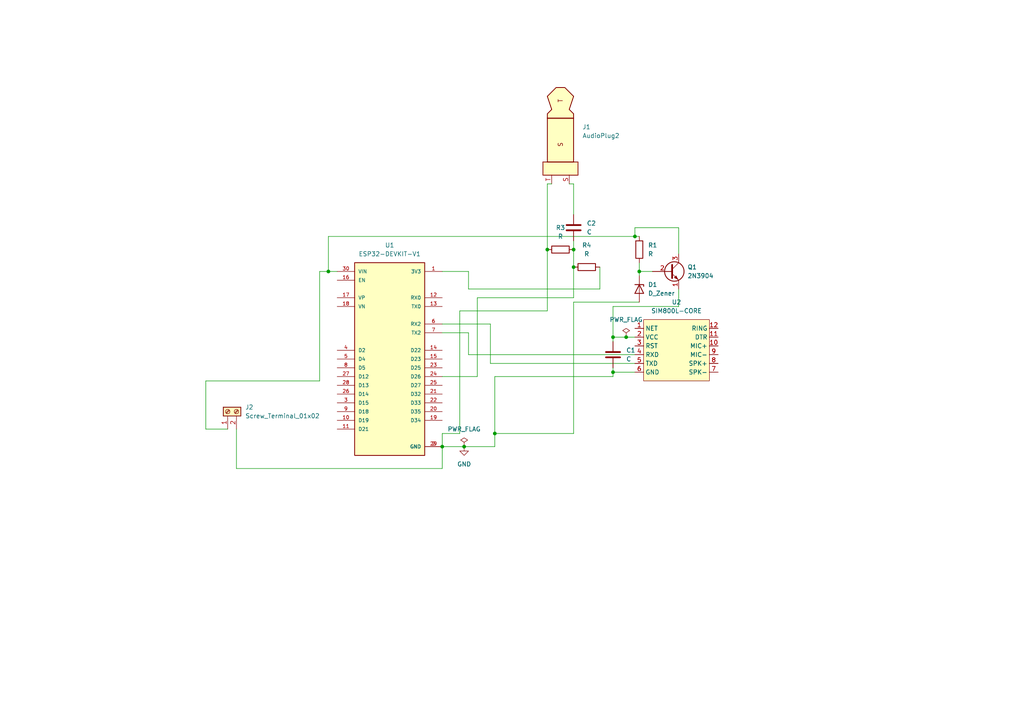
<source format=kicad_sch>
(kicad_sch
	(version 20231120)
	(generator "eeschema")
	(generator_version "8.0")
	(uuid "37f57e26-9d1a-4155-9662-a91ca496987e")
	(paper "A4")
	(lib_symbols
		(symbol "Connector:Screw_Terminal_01x02"
			(pin_names
				(offset 1.016) hide)
			(exclude_from_sim no)
			(in_bom yes)
			(on_board yes)
			(property "Reference" "J"
				(at 0 2.54 0)
				(effects
					(font
						(size 1.27 1.27)
					)
				)
			)
			(property "Value" "Screw_Terminal_01x02"
				(at 0 -5.08 0)
				(effects
					(font
						(size 1.27 1.27)
					)
				)
			)
			(property "Footprint" ""
				(at 0 0 0)
				(effects
					(font
						(size 1.27 1.27)
					)
					(hide yes)
				)
			)
			(property "Datasheet" "~"
				(at 0 0 0)
				(effects
					(font
						(size 1.27 1.27)
					)
					(hide yes)
				)
			)
			(property "Description" "Generic screw terminal, single row, 01x02, script generated (kicad-library-utils/schlib/autogen/connector/)"
				(at 0 0 0)
				(effects
					(font
						(size 1.27 1.27)
					)
					(hide yes)
				)
			)
			(property "ki_keywords" "screw terminal"
				(at 0 0 0)
				(effects
					(font
						(size 1.27 1.27)
					)
					(hide yes)
				)
			)
			(property "ki_fp_filters" "TerminalBlock*:*"
				(at 0 0 0)
				(effects
					(font
						(size 1.27 1.27)
					)
					(hide yes)
				)
			)
			(symbol "Screw_Terminal_01x02_1_1"
				(rectangle
					(start -1.27 1.27)
					(end 1.27 -3.81)
					(stroke
						(width 0.254)
						(type default)
					)
					(fill
						(type background)
					)
				)
				(circle
					(center 0 -2.54)
					(radius 0.635)
					(stroke
						(width 0.1524)
						(type default)
					)
					(fill
						(type none)
					)
				)
				(polyline
					(pts
						(xy -0.5334 -2.2098) (xy 0.3302 -3.048)
					)
					(stroke
						(width 0.1524)
						(type default)
					)
					(fill
						(type none)
					)
				)
				(polyline
					(pts
						(xy -0.5334 0.3302) (xy 0.3302 -0.508)
					)
					(stroke
						(width 0.1524)
						(type default)
					)
					(fill
						(type none)
					)
				)
				(polyline
					(pts
						(xy -0.3556 -2.032) (xy 0.508 -2.8702)
					)
					(stroke
						(width 0.1524)
						(type default)
					)
					(fill
						(type none)
					)
				)
				(polyline
					(pts
						(xy -0.3556 0.508) (xy 0.508 -0.3302)
					)
					(stroke
						(width 0.1524)
						(type default)
					)
					(fill
						(type none)
					)
				)
				(circle
					(center 0 0)
					(radius 0.635)
					(stroke
						(width 0.1524)
						(type default)
					)
					(fill
						(type none)
					)
				)
				(pin passive line
					(at -5.08 0 0)
					(length 3.81)
					(name "Pin_1"
						(effects
							(font
								(size 1.27 1.27)
							)
						)
					)
					(number "1"
						(effects
							(font
								(size 1.27 1.27)
							)
						)
					)
				)
				(pin passive line
					(at -5.08 -2.54 0)
					(length 3.81)
					(name "Pin_2"
						(effects
							(font
								(size 1.27 1.27)
							)
						)
					)
					(number "2"
						(effects
							(font
								(size 1.27 1.27)
							)
						)
					)
				)
			)
		)
		(symbol "Connector_Audio:AudioPlug2"
			(exclude_from_sim no)
			(in_bom yes)
			(on_board yes)
			(property "Reference" "J"
				(at 10.16 6.35 0)
				(effects
					(font
						(size 1.27 1.27)
					)
				)
			)
			(property "Value" "AudioPlug2"
				(at 10.16 -6.35 0)
				(effects
					(font
						(size 1.27 1.27)
					)
				)
			)
			(property "Footprint" ""
				(at 8.89 -1.27 0)
				(effects
					(font
						(size 1.27 1.27)
					)
					(hide yes)
				)
			)
			(property "Datasheet" "~"
				(at 8.89 -1.27 0)
				(effects
					(font
						(size 1.27 1.27)
					)
					(hide yes)
				)
			)
			(property "Description" "Audio Jack, 2 Poles (Mono / TS)"
				(at 0 0 0)
				(effects
					(font
						(size 1.27 1.27)
					)
					(hide yes)
				)
			)
			(property "ki_keywords" "audio jack plug stereo headphones TRRS connector 2.5mm 3.5mm 6.35mm"
				(at 0 0 0)
				(effects
					(font
						(size 1.27 1.27)
					)
					(hide yes)
				)
			)
			(property "ki_fp_filters" "Plug*"
				(at 0 0 0)
				(effects
					(font
						(size 1.27 1.27)
					)
					(hide yes)
				)
			)
			(symbol "AudioPlug2_0_0"
				(text "S"
					(at 3.81 0 0)
					(effects
						(font
							(size 1.27 1.27)
						)
					)
				)
				(text "T"
					(at -8.89 0 0)
					(effects
						(font
							(size 1.27 1.27)
						)
					)
				)
			)
			(symbol "AudioPlug2_0_1"
				(rectangle
					(start -3.81 3.81)
					(end 8.89 -3.81)
					(stroke
						(width 0.254)
						(type default)
					)
					(fill
						(type background)
					)
				)
				(polyline
					(pts
						(xy -3.81 3.81) (xy -5.08 3.81) (xy -6.35 2.54) (xy -10.16 3.81) (xy -12.7 1.27) (xy -12.7 -1.27)
						(xy -10.16 -3.81) (xy -6.35 -2.54) (xy -5.08 -3.81) (xy -3.81 -3.81) (xy -3.81 3.81)
					)
					(stroke
						(width 0.254)
						(type default)
					)
					(fill
						(type background)
					)
				)
				(rectangle
					(start 12.7 5.08)
					(end 8.89 -5.08)
					(stroke
						(width 0.254)
						(type default)
					)
					(fill
						(type background)
					)
				)
			)
			(symbol "AudioPlug2_1_1"
				(pin passive line
					(at 15.24 2.54 180)
					(length 2.54)
					(name "~"
						(effects
							(font
								(size 1.27 1.27)
							)
						)
					)
					(number "S"
						(effects
							(font
								(size 1.27 1.27)
							)
						)
					)
				)
				(pin passive line
					(at 15.24 -2.54 180)
					(length 2.54)
					(name "~"
						(effects
							(font
								(size 1.27 1.27)
							)
						)
					)
					(number "T"
						(effects
							(font
								(size 1.27 1.27)
							)
						)
					)
				)
			)
		)
		(symbol "Device:C"
			(pin_numbers hide)
			(pin_names
				(offset 0.254)
			)
			(exclude_from_sim no)
			(in_bom yes)
			(on_board yes)
			(property "Reference" "C"
				(at 0.635 2.54 0)
				(effects
					(font
						(size 1.27 1.27)
					)
					(justify left)
				)
			)
			(property "Value" "C"
				(at 0.635 -2.54 0)
				(effects
					(font
						(size 1.27 1.27)
					)
					(justify left)
				)
			)
			(property "Footprint" ""
				(at 0.9652 -3.81 0)
				(effects
					(font
						(size 1.27 1.27)
					)
					(hide yes)
				)
			)
			(property "Datasheet" "~"
				(at 0 0 0)
				(effects
					(font
						(size 1.27 1.27)
					)
					(hide yes)
				)
			)
			(property "Description" "Unpolarized capacitor"
				(at 0 0 0)
				(effects
					(font
						(size 1.27 1.27)
					)
					(hide yes)
				)
			)
			(property "ki_keywords" "cap capacitor"
				(at 0 0 0)
				(effects
					(font
						(size 1.27 1.27)
					)
					(hide yes)
				)
			)
			(property "ki_fp_filters" "C_*"
				(at 0 0 0)
				(effects
					(font
						(size 1.27 1.27)
					)
					(hide yes)
				)
			)
			(symbol "C_0_1"
				(polyline
					(pts
						(xy -2.032 -0.762) (xy 2.032 -0.762)
					)
					(stroke
						(width 0.508)
						(type default)
					)
					(fill
						(type none)
					)
				)
				(polyline
					(pts
						(xy -2.032 0.762) (xy 2.032 0.762)
					)
					(stroke
						(width 0.508)
						(type default)
					)
					(fill
						(type none)
					)
				)
			)
			(symbol "C_1_1"
				(pin passive line
					(at 0 3.81 270)
					(length 2.794)
					(name "~"
						(effects
							(font
								(size 1.27 1.27)
							)
						)
					)
					(number "1"
						(effects
							(font
								(size 1.27 1.27)
							)
						)
					)
				)
				(pin passive line
					(at 0 -3.81 90)
					(length 2.794)
					(name "~"
						(effects
							(font
								(size 1.27 1.27)
							)
						)
					)
					(number "2"
						(effects
							(font
								(size 1.27 1.27)
							)
						)
					)
				)
			)
		)
		(symbol "Device:D_Zener"
			(pin_numbers hide)
			(pin_names
				(offset 1.016) hide)
			(exclude_from_sim no)
			(in_bom yes)
			(on_board yes)
			(property "Reference" "D"
				(at 0 2.54 0)
				(effects
					(font
						(size 1.27 1.27)
					)
				)
			)
			(property "Value" "D_Zener"
				(at 0 -2.54 0)
				(effects
					(font
						(size 1.27 1.27)
					)
				)
			)
			(property "Footprint" ""
				(at 0 0 0)
				(effects
					(font
						(size 1.27 1.27)
					)
					(hide yes)
				)
			)
			(property "Datasheet" "~"
				(at 0 0 0)
				(effects
					(font
						(size 1.27 1.27)
					)
					(hide yes)
				)
			)
			(property "Description" "Zener diode"
				(at 0 0 0)
				(effects
					(font
						(size 1.27 1.27)
					)
					(hide yes)
				)
			)
			(property "ki_keywords" "diode"
				(at 0 0 0)
				(effects
					(font
						(size 1.27 1.27)
					)
					(hide yes)
				)
			)
			(property "ki_fp_filters" "TO-???* *_Diode_* *SingleDiode* D_*"
				(at 0 0 0)
				(effects
					(font
						(size 1.27 1.27)
					)
					(hide yes)
				)
			)
			(symbol "D_Zener_0_1"
				(polyline
					(pts
						(xy 1.27 0) (xy -1.27 0)
					)
					(stroke
						(width 0)
						(type default)
					)
					(fill
						(type none)
					)
				)
				(polyline
					(pts
						(xy -1.27 -1.27) (xy -1.27 1.27) (xy -0.762 1.27)
					)
					(stroke
						(width 0.254)
						(type default)
					)
					(fill
						(type none)
					)
				)
				(polyline
					(pts
						(xy 1.27 -1.27) (xy 1.27 1.27) (xy -1.27 0) (xy 1.27 -1.27)
					)
					(stroke
						(width 0.254)
						(type default)
					)
					(fill
						(type none)
					)
				)
			)
			(symbol "D_Zener_1_1"
				(pin passive line
					(at -3.81 0 0)
					(length 2.54)
					(name "K"
						(effects
							(font
								(size 1.27 1.27)
							)
						)
					)
					(number "1"
						(effects
							(font
								(size 1.27 1.27)
							)
						)
					)
				)
				(pin passive line
					(at 3.81 0 180)
					(length 2.54)
					(name "A"
						(effects
							(font
								(size 1.27 1.27)
							)
						)
					)
					(number "2"
						(effects
							(font
								(size 1.27 1.27)
							)
						)
					)
				)
			)
		)
		(symbol "Device:R"
			(pin_numbers hide)
			(pin_names
				(offset 0)
			)
			(exclude_from_sim no)
			(in_bom yes)
			(on_board yes)
			(property "Reference" "R"
				(at 2.032 0 90)
				(effects
					(font
						(size 1.27 1.27)
					)
				)
			)
			(property "Value" "R"
				(at 0 0 90)
				(effects
					(font
						(size 1.27 1.27)
					)
				)
			)
			(property "Footprint" ""
				(at -1.778 0 90)
				(effects
					(font
						(size 1.27 1.27)
					)
					(hide yes)
				)
			)
			(property "Datasheet" "~"
				(at 0 0 0)
				(effects
					(font
						(size 1.27 1.27)
					)
					(hide yes)
				)
			)
			(property "Description" "Resistor"
				(at 0 0 0)
				(effects
					(font
						(size 1.27 1.27)
					)
					(hide yes)
				)
			)
			(property "ki_keywords" "R res resistor"
				(at 0 0 0)
				(effects
					(font
						(size 1.27 1.27)
					)
					(hide yes)
				)
			)
			(property "ki_fp_filters" "R_*"
				(at 0 0 0)
				(effects
					(font
						(size 1.27 1.27)
					)
					(hide yes)
				)
			)
			(symbol "R_0_1"
				(rectangle
					(start -1.016 -2.54)
					(end 1.016 2.54)
					(stroke
						(width 0.254)
						(type default)
					)
					(fill
						(type none)
					)
				)
			)
			(symbol "R_1_1"
				(pin passive line
					(at 0 3.81 270)
					(length 1.27)
					(name "~"
						(effects
							(font
								(size 1.27 1.27)
							)
						)
					)
					(number "1"
						(effects
							(font
								(size 1.27 1.27)
							)
						)
					)
				)
				(pin passive line
					(at 0 -3.81 90)
					(length 1.27)
					(name "~"
						(effects
							(font
								(size 1.27 1.27)
							)
						)
					)
					(number "2"
						(effects
							(font
								(size 1.27 1.27)
							)
						)
					)
				)
			)
		)
		(symbol "ESP32-DEVKIT-V1:ESP32-DEVKIT-V1"
			(pin_names
				(offset 1.016)
			)
			(exclude_from_sim no)
			(in_bom yes)
			(on_board yes)
			(property "Reference" "U"
				(at -10.16 30.48 0)
				(effects
					(font
						(size 1.27 1.27)
					)
					(justify left top)
				)
			)
			(property "Value" "ESP32-DEVKIT-V1"
				(at -10.16 -30.48 0)
				(effects
					(font
						(size 1.27 1.27)
					)
					(justify left bottom)
				)
			)
			(property "Footprint" "ESP32-DEVKIT-V1:MODULE_ESP32_DEVKIT_V1"
				(at 0 0 0)
				(effects
					(font
						(size 1.27 1.27)
					)
					(justify bottom)
					(hide yes)
				)
			)
			(property "Datasheet" ""
				(at 0 0 0)
				(effects
					(font
						(size 1.27 1.27)
					)
					(hide yes)
				)
			)
			(property "Description" ""
				(at 0 0 0)
				(effects
					(font
						(size 1.27 1.27)
					)
					(hide yes)
				)
			)
			(property "MF" "Do it"
				(at 0 0 0)
				(effects
					(font
						(size 1.27 1.27)
					)
					(justify bottom)
					(hide yes)
				)
			)
			(property "MAXIMUM_PACKAGE_HEIGHT" "6.8 mm"
				(at 0 0 0)
				(effects
					(font
						(size 1.27 1.27)
					)
					(justify bottom)
					(hide yes)
				)
			)
			(property "Package" "None"
				(at 0 0 0)
				(effects
					(font
						(size 1.27 1.27)
					)
					(justify bottom)
					(hide yes)
				)
			)
			(property "Price" "None"
				(at 0 0 0)
				(effects
					(font
						(size 1.27 1.27)
					)
					(justify bottom)
					(hide yes)
				)
			)
			(property "Check_prices" "https://www.snapeda.com/parts/ESP32-DEVKIT-V1/Do+it/view-part/?ref=eda"
				(at 0 0 0)
				(effects
					(font
						(size 1.27 1.27)
					)
					(justify bottom)
					(hide yes)
				)
			)
			(property "STANDARD" "Manufacturer Recommendations"
				(at 0 0 0)
				(effects
					(font
						(size 1.27 1.27)
					)
					(justify bottom)
					(hide yes)
				)
			)
			(property "PARTREV" "N/A"
				(at 0 0 0)
				(effects
					(font
						(size 1.27 1.27)
					)
					(justify bottom)
					(hide yes)
				)
			)
			(property "SnapEDA_Link" "https://www.snapeda.com/parts/ESP32-DEVKIT-V1/Do+it/view-part/?ref=snap"
				(at 0 0 0)
				(effects
					(font
						(size 1.27 1.27)
					)
					(justify bottom)
					(hide yes)
				)
			)
			(property "MP" "ESP32-DEVKIT-V1"
				(at 0 0 0)
				(effects
					(font
						(size 1.27 1.27)
					)
					(justify bottom)
					(hide yes)
				)
			)
			(property "Description_1" "\n                        \n                            Dual core, Wi-Fi: 2.4 GHz up to 150 Mbits/s,BLE (Bluetooth Low Energy) and legacy Bluetooth, 32 bits, Up to 240 MHz\n                        \n"
				(at 0 0 0)
				(effects
					(font
						(size 1.27 1.27)
					)
					(justify bottom)
					(hide yes)
				)
			)
			(property "Availability" "Not in stock"
				(at 0 0 0)
				(effects
					(font
						(size 1.27 1.27)
					)
					(justify bottom)
					(hide yes)
				)
			)
			(property "MANUFACTURER" "DOIT"
				(at 0 0 0)
				(effects
					(font
						(size 1.27 1.27)
					)
					(justify bottom)
					(hide yes)
				)
			)
			(symbol "ESP32-DEVKIT-V1_0_0"
				(rectangle
					(start -10.16 -27.94)
					(end 10.16 27.94)
					(stroke
						(width 0.254)
						(type default)
					)
					(fill
						(type background)
					)
				)
				(pin output line
					(at 15.24 25.4 180)
					(length 5.08)
					(name "3V3"
						(effects
							(font
								(size 1.016 1.016)
							)
						)
					)
					(number "1"
						(effects
							(font
								(size 1.016 1.016)
							)
						)
					)
				)
				(pin bidirectional line
					(at -15.24 -17.78 0)
					(length 5.08)
					(name "D19"
						(effects
							(font
								(size 1.016 1.016)
							)
						)
					)
					(number "10"
						(effects
							(font
								(size 1.016 1.016)
							)
						)
					)
				)
				(pin bidirectional line
					(at -15.24 -20.32 0)
					(length 5.08)
					(name "D21"
						(effects
							(font
								(size 1.016 1.016)
							)
						)
					)
					(number "11"
						(effects
							(font
								(size 1.016 1.016)
							)
						)
					)
				)
				(pin input line
					(at 15.24 17.78 180)
					(length 5.08)
					(name "RX0"
						(effects
							(font
								(size 1.016 1.016)
							)
						)
					)
					(number "12"
						(effects
							(font
								(size 1.016 1.016)
							)
						)
					)
				)
				(pin output line
					(at 15.24 15.24 180)
					(length 5.08)
					(name "TX0"
						(effects
							(font
								(size 1.016 1.016)
							)
						)
					)
					(number "13"
						(effects
							(font
								(size 1.016 1.016)
							)
						)
					)
				)
				(pin bidirectional line
					(at 15.24 2.54 180)
					(length 5.08)
					(name "D22"
						(effects
							(font
								(size 1.016 1.016)
							)
						)
					)
					(number "14"
						(effects
							(font
								(size 1.016 1.016)
							)
						)
					)
				)
				(pin bidirectional line
					(at 15.24 0 180)
					(length 5.08)
					(name "D23"
						(effects
							(font
								(size 1.016 1.016)
							)
						)
					)
					(number "15"
						(effects
							(font
								(size 1.016 1.016)
							)
						)
					)
				)
				(pin input line
					(at -15.24 22.86 0)
					(length 5.08)
					(name "EN"
						(effects
							(font
								(size 1.016 1.016)
							)
						)
					)
					(number "16"
						(effects
							(font
								(size 1.016 1.016)
							)
						)
					)
				)
				(pin bidirectional line
					(at -15.24 17.78 0)
					(length 5.08)
					(name "VP"
						(effects
							(font
								(size 1.016 1.016)
							)
						)
					)
					(number "17"
						(effects
							(font
								(size 1.016 1.016)
							)
						)
					)
				)
				(pin bidirectional line
					(at -15.24 15.24 0)
					(length 5.08)
					(name "VN"
						(effects
							(font
								(size 1.016 1.016)
							)
						)
					)
					(number "18"
						(effects
							(font
								(size 1.016 1.016)
							)
						)
					)
				)
				(pin bidirectional line
					(at 15.24 -17.78 180)
					(length 5.08)
					(name "D34"
						(effects
							(font
								(size 1.016 1.016)
							)
						)
					)
					(number "19"
						(effects
							(font
								(size 1.016 1.016)
							)
						)
					)
				)
				(pin power_in line
					(at 15.24 -25.4 180)
					(length 5.08)
					(name "GND"
						(effects
							(font
								(size 1.016 1.016)
							)
						)
					)
					(number "2"
						(effects
							(font
								(size 1.016 1.016)
							)
						)
					)
				)
				(pin bidirectional line
					(at 15.24 -15.24 180)
					(length 5.08)
					(name "D35"
						(effects
							(font
								(size 1.016 1.016)
							)
						)
					)
					(number "20"
						(effects
							(font
								(size 1.016 1.016)
							)
						)
					)
				)
				(pin bidirectional line
					(at 15.24 -10.16 180)
					(length 5.08)
					(name "D32"
						(effects
							(font
								(size 1.016 1.016)
							)
						)
					)
					(number "21"
						(effects
							(font
								(size 1.016 1.016)
							)
						)
					)
				)
				(pin bidirectional line
					(at 15.24 -12.7 180)
					(length 5.08)
					(name "D33"
						(effects
							(font
								(size 1.016 1.016)
							)
						)
					)
					(number "22"
						(effects
							(font
								(size 1.016 1.016)
							)
						)
					)
				)
				(pin bidirectional line
					(at 15.24 -2.54 180)
					(length 5.08)
					(name "D25"
						(effects
							(font
								(size 1.016 1.016)
							)
						)
					)
					(number "23"
						(effects
							(font
								(size 1.016 1.016)
							)
						)
					)
				)
				(pin bidirectional line
					(at 15.24 -5.08 180)
					(length 5.08)
					(name "D26"
						(effects
							(font
								(size 1.016 1.016)
							)
						)
					)
					(number "24"
						(effects
							(font
								(size 1.016 1.016)
							)
						)
					)
				)
				(pin bidirectional line
					(at 15.24 -7.62 180)
					(length 5.08)
					(name "D27"
						(effects
							(font
								(size 1.016 1.016)
							)
						)
					)
					(number "25"
						(effects
							(font
								(size 1.016 1.016)
							)
						)
					)
				)
				(pin bidirectional line
					(at -15.24 -10.16 0)
					(length 5.08)
					(name "D14"
						(effects
							(font
								(size 1.016 1.016)
							)
						)
					)
					(number "26"
						(effects
							(font
								(size 1.016 1.016)
							)
						)
					)
				)
				(pin bidirectional line
					(at -15.24 -5.08 0)
					(length 5.08)
					(name "D12"
						(effects
							(font
								(size 1.016 1.016)
							)
						)
					)
					(number "27"
						(effects
							(font
								(size 1.016 1.016)
							)
						)
					)
				)
				(pin bidirectional line
					(at -15.24 -7.62 0)
					(length 5.08)
					(name "D13"
						(effects
							(font
								(size 1.016 1.016)
							)
						)
					)
					(number "28"
						(effects
							(font
								(size 1.016 1.016)
							)
						)
					)
				)
				(pin power_in line
					(at 15.24 -25.4 180)
					(length 5.08)
					(name "GND"
						(effects
							(font
								(size 1.016 1.016)
							)
						)
					)
					(number "29"
						(effects
							(font
								(size 1.016 1.016)
							)
						)
					)
				)
				(pin bidirectional line
					(at -15.24 -12.7 0)
					(length 5.08)
					(name "D15"
						(effects
							(font
								(size 1.016 1.016)
							)
						)
					)
					(number "3"
						(effects
							(font
								(size 1.016 1.016)
							)
						)
					)
				)
				(pin input line
					(at -15.24 25.4 0)
					(length 5.08)
					(name "VIN"
						(effects
							(font
								(size 1.016 1.016)
							)
						)
					)
					(number "30"
						(effects
							(font
								(size 1.016 1.016)
							)
						)
					)
				)
				(pin bidirectional line
					(at -15.24 2.54 0)
					(length 5.08)
					(name "D2"
						(effects
							(font
								(size 1.016 1.016)
							)
						)
					)
					(number "4"
						(effects
							(font
								(size 1.016 1.016)
							)
						)
					)
				)
				(pin bidirectional line
					(at -15.24 0 0)
					(length 5.08)
					(name "D4"
						(effects
							(font
								(size 1.016 1.016)
							)
						)
					)
					(number "5"
						(effects
							(font
								(size 1.016 1.016)
							)
						)
					)
				)
				(pin input line
					(at 15.24 10.16 180)
					(length 5.08)
					(name "RX2"
						(effects
							(font
								(size 1.016 1.016)
							)
						)
					)
					(number "6"
						(effects
							(font
								(size 1.016 1.016)
							)
						)
					)
				)
				(pin output line
					(at 15.24 7.62 180)
					(length 5.08)
					(name "TX2"
						(effects
							(font
								(size 1.016 1.016)
							)
						)
					)
					(number "7"
						(effects
							(font
								(size 1.016 1.016)
							)
						)
					)
				)
				(pin bidirectional line
					(at -15.24 -2.54 0)
					(length 5.08)
					(name "D5"
						(effects
							(font
								(size 1.016 1.016)
							)
						)
					)
					(number "8"
						(effects
							(font
								(size 1.016 1.016)
							)
						)
					)
				)
				(pin bidirectional line
					(at -15.24 -15.24 0)
					(length 5.08)
					(name "D18"
						(effects
							(font
								(size 1.016 1.016)
							)
						)
					)
					(number "9"
						(effects
							(font
								(size 1.016 1.016)
							)
						)
					)
				)
			)
		)
		(symbol "Transistor_BJT:2N3904"
			(pin_names
				(offset 0) hide)
			(exclude_from_sim no)
			(in_bom yes)
			(on_board yes)
			(property "Reference" "Q"
				(at 5.08 1.905 0)
				(effects
					(font
						(size 1.27 1.27)
					)
					(justify left)
				)
			)
			(property "Value" "2N3904"
				(at 5.08 0 0)
				(effects
					(font
						(size 1.27 1.27)
					)
					(justify left)
				)
			)
			(property "Footprint" "Package_TO_SOT_THT:TO-92_Inline"
				(at 5.08 -1.905 0)
				(effects
					(font
						(size 1.27 1.27)
						(italic yes)
					)
					(justify left)
					(hide yes)
				)
			)
			(property "Datasheet" "https://www.onsemi.com/pub/Collateral/2N3903-D.PDF"
				(at 0 0 0)
				(effects
					(font
						(size 1.27 1.27)
					)
					(justify left)
					(hide yes)
				)
			)
			(property "Description" "0.2A Ic, 40V Vce, Small Signal NPN Transistor, TO-92"
				(at 0 0 0)
				(effects
					(font
						(size 1.27 1.27)
					)
					(hide yes)
				)
			)
			(property "ki_keywords" "NPN Transistor"
				(at 0 0 0)
				(effects
					(font
						(size 1.27 1.27)
					)
					(hide yes)
				)
			)
			(property "ki_fp_filters" "TO?92*"
				(at 0 0 0)
				(effects
					(font
						(size 1.27 1.27)
					)
					(hide yes)
				)
			)
			(symbol "2N3904_0_1"
				(polyline
					(pts
						(xy 0.635 0.635) (xy 2.54 2.54)
					)
					(stroke
						(width 0)
						(type default)
					)
					(fill
						(type none)
					)
				)
				(polyline
					(pts
						(xy 0.635 -0.635) (xy 2.54 -2.54) (xy 2.54 -2.54)
					)
					(stroke
						(width 0)
						(type default)
					)
					(fill
						(type none)
					)
				)
				(polyline
					(pts
						(xy 0.635 1.905) (xy 0.635 -1.905) (xy 0.635 -1.905)
					)
					(stroke
						(width 0.508)
						(type default)
					)
					(fill
						(type none)
					)
				)
				(polyline
					(pts
						(xy 1.27 -1.778) (xy 1.778 -1.27) (xy 2.286 -2.286) (xy 1.27 -1.778) (xy 1.27 -1.778)
					)
					(stroke
						(width 0)
						(type default)
					)
					(fill
						(type outline)
					)
				)
				(circle
					(center 1.27 0)
					(radius 2.8194)
					(stroke
						(width 0.254)
						(type default)
					)
					(fill
						(type none)
					)
				)
			)
			(symbol "2N3904_1_1"
				(pin passive line
					(at 2.54 -5.08 90)
					(length 2.54)
					(name "E"
						(effects
							(font
								(size 1.27 1.27)
							)
						)
					)
					(number "1"
						(effects
							(font
								(size 1.27 1.27)
							)
						)
					)
				)
				(pin passive line
					(at -5.08 0 0)
					(length 5.715)
					(name "B"
						(effects
							(font
								(size 1.27 1.27)
							)
						)
					)
					(number "2"
						(effects
							(font
								(size 1.27 1.27)
							)
						)
					)
				)
				(pin passive line
					(at 2.54 5.08 270)
					(length 2.54)
					(name "C"
						(effects
							(font
								(size 1.27 1.27)
							)
						)
					)
					(number "3"
						(effects
							(font
								(size 1.27 1.27)
							)
						)
					)
				)
			)
		)
		(symbol "power:GND"
			(power)
			(pin_numbers hide)
			(pin_names
				(offset 0) hide)
			(exclude_from_sim no)
			(in_bom yes)
			(on_board yes)
			(property "Reference" "#PWR"
				(at 0 -6.35 0)
				(effects
					(font
						(size 1.27 1.27)
					)
					(hide yes)
				)
			)
			(property "Value" "GND"
				(at 0 -3.81 0)
				(effects
					(font
						(size 1.27 1.27)
					)
				)
			)
			(property "Footprint" ""
				(at 0 0 0)
				(effects
					(font
						(size 1.27 1.27)
					)
					(hide yes)
				)
			)
			(property "Datasheet" ""
				(at 0 0 0)
				(effects
					(font
						(size 1.27 1.27)
					)
					(hide yes)
				)
			)
			(property "Description" "Power symbol creates a global label with name \"GND\" , ground"
				(at 0 0 0)
				(effects
					(font
						(size 1.27 1.27)
					)
					(hide yes)
				)
			)
			(property "ki_keywords" "global power"
				(at 0 0 0)
				(effects
					(font
						(size 1.27 1.27)
					)
					(hide yes)
				)
			)
			(symbol "GND_0_1"
				(polyline
					(pts
						(xy 0 0) (xy 0 -1.27) (xy 1.27 -1.27) (xy 0 -2.54) (xy -1.27 -1.27) (xy 0 -1.27)
					)
					(stroke
						(width 0)
						(type default)
					)
					(fill
						(type none)
					)
				)
			)
			(symbol "GND_1_1"
				(pin power_in line
					(at 0 0 270)
					(length 0)
					(name "~"
						(effects
							(font
								(size 1.27 1.27)
							)
						)
					)
					(number "1"
						(effects
							(font
								(size 1.27 1.27)
							)
						)
					)
				)
			)
		)
		(symbol "power:PWR_FLAG"
			(power)
			(pin_numbers hide)
			(pin_names
				(offset 0) hide)
			(exclude_from_sim no)
			(in_bom yes)
			(on_board yes)
			(property "Reference" "#FLG"
				(at 0 1.905 0)
				(effects
					(font
						(size 1.27 1.27)
					)
					(hide yes)
				)
			)
			(property "Value" "PWR_FLAG"
				(at 0 3.81 0)
				(effects
					(font
						(size 1.27 1.27)
					)
				)
			)
			(property "Footprint" ""
				(at 0 0 0)
				(effects
					(font
						(size 1.27 1.27)
					)
					(hide yes)
				)
			)
			(property "Datasheet" "~"
				(at 0 0 0)
				(effects
					(font
						(size 1.27 1.27)
					)
					(hide yes)
				)
			)
			(property "Description" "Special symbol for telling ERC where power comes from"
				(at 0 0 0)
				(effects
					(font
						(size 1.27 1.27)
					)
					(hide yes)
				)
			)
			(property "ki_keywords" "flag power"
				(at 0 0 0)
				(effects
					(font
						(size 1.27 1.27)
					)
					(hide yes)
				)
			)
			(symbol "PWR_FLAG_0_0"
				(pin power_out line
					(at 0 0 90)
					(length 0)
					(name "~"
						(effects
							(font
								(size 1.27 1.27)
							)
						)
					)
					(number "1"
						(effects
							(font
								(size 1.27 1.27)
							)
						)
					)
				)
			)
			(symbol "PWR_FLAG_0_1"
				(polyline
					(pts
						(xy 0 0) (xy 0 1.27) (xy -1.016 1.905) (xy 0 2.54) (xy 1.016 1.905) (xy 0 1.27)
					)
					(stroke
						(width 0)
						(type default)
					)
					(fill
						(type none)
					)
				)
			)
		)
		(symbol "sim800l-core:SIM800L-CORE"
			(exclude_from_sim no)
			(in_bom yes)
			(on_board yes)
			(property "Reference" "U"
				(at -7.62 8.89 0)
				(effects
					(font
						(size 1.27 1.27)
					)
				)
			)
			(property "Value" "SIM800L-CORE"
				(at 0 -12.7 0)
				(effects
					(font
						(size 1.27 1.27)
					)
				)
			)
			(property "Footprint" ""
				(at 0 0 0)
				(effects
					(font
						(size 1.27 1.27)
					)
					(hide yes)
				)
			)
			(property "Datasheet" ""
				(at 0 0 0)
				(effects
					(font
						(size 1.27 1.27)
					)
					(hide yes)
				)
			)
			(property "Description" ""
				(at 0 0 0)
				(effects
					(font
						(size 1.27 1.27)
					)
					(hide yes)
				)
			)
			(symbol "SIM800L-CORE_0_1"
				(rectangle
					(start -8.89 7.62)
					(end 10.16 -10.16)
					(stroke
						(width 0.1524)
						(type default)
					)
					(fill
						(type background)
					)
				)
			)
			(symbol "SIM800L-CORE_1_1"
				(pin bidirectional line
					(at -11.43 5.08 0)
					(length 2.54)
					(name "NET"
						(effects
							(font
								(size 1.27 1.27)
							)
						)
					)
					(number "1"
						(effects
							(font
								(size 1.27 1.27)
							)
						)
					)
				)
				(pin output line
					(at 12.7 0 180)
					(length 2.54)
					(name "MIC+"
						(effects
							(font
								(size 1.27 1.27)
							)
						)
					)
					(number "10"
						(effects
							(font
								(size 1.27 1.27)
							)
						)
					)
				)
				(pin passive line
					(at 12.7 2.54 180)
					(length 2.54)
					(name "DTR"
						(effects
							(font
								(size 1.27 1.27)
							)
						)
					)
					(number "11"
						(effects
							(font
								(size 1.27 1.27)
							)
						)
					)
				)
				(pin output line
					(at 12.7 5.08 180)
					(length 2.54)
					(name "RING"
						(effects
							(font
								(size 1.27 1.27)
							)
						)
					)
					(number "12"
						(effects
							(font
								(size 1.27 1.27)
							)
						)
					)
				)
				(pin power_in line
					(at -11.43 2.54 0)
					(length 2.54)
					(name "VCC"
						(effects
							(font
								(size 1.27 1.27)
							)
						)
					)
					(number "2"
						(effects
							(font
								(size 1.27 1.27)
							)
						)
					)
				)
				(pin input line
					(at -11.43 0 0)
					(length 2.54)
					(name "RST"
						(effects
							(font
								(size 1.27 1.27)
							)
						)
					)
					(number "3"
						(effects
							(font
								(size 1.27 1.27)
							)
						)
					)
				)
				(pin input line
					(at -11.43 -2.54 0)
					(length 2.54)
					(name "RXD"
						(effects
							(font
								(size 1.27 1.27)
							)
						)
					)
					(number "4"
						(effects
							(font
								(size 1.27 1.27)
							)
						)
					)
				)
				(pin output line
					(at -11.43 -5.08 0)
					(length 2.54)
					(name "TXD"
						(effects
							(font
								(size 1.27 1.27)
							)
						)
					)
					(number "5"
						(effects
							(font
								(size 1.27 1.27)
							)
						)
					)
				)
				(pin power_in line
					(at -11.43 -7.62 0)
					(length 2.54)
					(name "GND"
						(effects
							(font
								(size 1.27 1.27)
							)
						)
					)
					(number "6"
						(effects
							(font
								(size 1.27 1.27)
							)
						)
					)
				)
				(pin output line
					(at 12.7 -7.62 180)
					(length 2.54)
					(name "SPK-"
						(effects
							(font
								(size 1.27 1.27)
							)
						)
					)
					(number "7"
						(effects
							(font
								(size 1.27 1.27)
							)
						)
					)
				)
				(pin output line
					(at 12.7 -5.08 180)
					(length 2.54)
					(name "SPK+"
						(effects
							(font
								(size 1.27 1.27)
							)
						)
					)
					(number "8"
						(effects
							(font
								(size 1.27 1.27)
							)
						)
					)
				)
				(pin output line
					(at 12.7 -2.54 180)
					(length 2.54)
					(name "MIC-"
						(effects
							(font
								(size 1.27 1.27)
							)
						)
					)
					(number "9"
						(effects
							(font
								(size 1.27 1.27)
							)
						)
					)
				)
			)
		)
	)
	(junction
		(at 134.62 129.54)
		(diameter 0)
		(color 0 0 0 0)
		(uuid "04606835-cfd5-4168-b391-8c0700829d1a")
	)
	(junction
		(at 158.75 72.39)
		(diameter 0)
		(color 0 0 0 0)
		(uuid "129e2087-bd5c-4843-abd0-bd497165a9b4")
	)
	(junction
		(at 166.37 72.39)
		(diameter 0)
		(color 0 0 0 0)
		(uuid "1db0b773-5cfc-4644-9536-75ab71bd8ee3")
	)
	(junction
		(at 184.15 68.58)
		(diameter 0)
		(color 0 0 0 0)
		(uuid "49594a4b-ea04-4978-80d9-4f6731ff5b97")
	)
	(junction
		(at 95.25 78.74)
		(diameter 0)
		(color 0 0 0 0)
		(uuid "4be488af-801c-4e42-848a-55ec9b9e927d")
	)
	(junction
		(at 177.8 97.79)
		(diameter 0)
		(color 0 0 0 0)
		(uuid "4e89fc97-2545-4027-98c2-9e2b54e88e49")
	)
	(junction
		(at 143.51 125.73)
		(diameter 0)
		(color 0 0 0 0)
		(uuid "862a3b76-95d8-470c-aa1b-402597c3ef86")
	)
	(junction
		(at 181.61 97.79)
		(diameter 0)
		(color 0 0 0 0)
		(uuid "91ebc6a1-9a77-431e-aefd-09e47aeb232d")
	)
	(junction
		(at 185.42 78.74)
		(diameter 0)
		(color 0 0 0 0)
		(uuid "93b391b0-2613-4d65-b507-63390da2d7b8")
	)
	(junction
		(at 166.37 77.47)
		(diameter 0)
		(color 0 0 0 0)
		(uuid "96ad5bc7-fa8f-41f4-8af1-b40d9ec983d5")
	)
	(junction
		(at 177.8 107.95)
		(diameter 0)
		(color 0 0 0 0)
		(uuid "cdf76f95-40d6-475c-814d-09c162329e1b")
	)
	(junction
		(at 128.27 129.54)
		(diameter 0)
		(color 0 0 0 0)
		(uuid "febc708f-a12d-4cd7-b956-46f93287338c")
	)
	(wire
		(pts
			(xy 128.27 125.73) (xy 128.27 129.54)
		)
		(stroke
			(width 0)
			(type default)
		)
		(uuid "01a16aa7-d297-414a-b0d9-f07b3d5da5be")
	)
	(wire
		(pts
			(xy 166.37 125.73) (xy 143.51 125.73)
		)
		(stroke
			(width 0)
			(type default)
		)
		(uuid "04b5fcde-832c-45a9-b6f0-9cb430fb235e")
	)
	(wire
		(pts
			(xy 95.25 68.58) (xy 95.25 78.74)
		)
		(stroke
			(width 0)
			(type default)
		)
		(uuid "0b93d297-0308-4e4b-bfa7-445c9ac59b67")
	)
	(wire
		(pts
			(xy 135.89 96.52) (xy 135.89 102.87)
		)
		(stroke
			(width 0)
			(type default)
		)
		(uuid "12a4dde6-9819-4c0c-820d-facc28d51348")
	)
	(wire
		(pts
			(xy 185.42 78.74) (xy 189.23 78.74)
		)
		(stroke
			(width 0)
			(type default)
		)
		(uuid "1d4bf8a5-89be-4dae-bd7a-203567dfa595")
	)
	(wire
		(pts
			(xy 128.27 135.89) (xy 128.27 129.54)
		)
		(stroke
			(width 0)
			(type default)
		)
		(uuid "232ee1f5-68bd-47dd-91fa-edbbab137473")
	)
	(wire
		(pts
			(xy 181.61 97.79) (xy 184.15 97.79)
		)
		(stroke
			(width 0)
			(type default)
		)
		(uuid "245f407d-3b47-4daa-81bd-7fd74685634c")
	)
	(wire
		(pts
			(xy 133.35 90.17) (xy 133.35 125.73)
		)
		(stroke
			(width 0)
			(type default)
		)
		(uuid "2e58a5d5-c303-4d8a-be01-74a072321404")
	)
	(wire
		(pts
			(xy 160.02 53.34) (xy 158.75 53.34)
		)
		(stroke
			(width 0)
			(type default)
		)
		(uuid "2fbb796b-c208-4221-8494-90fa44612c01")
	)
	(wire
		(pts
			(xy 128.27 129.54) (xy 134.62 129.54)
		)
		(stroke
			(width 0)
			(type default)
		)
		(uuid "3138c89c-96d9-424f-8a72-6cc167d2e9e3")
	)
	(wire
		(pts
			(xy 166.37 77.47) (xy 166.37 86.36)
		)
		(stroke
			(width 0)
			(type default)
		)
		(uuid "37398b20-aa92-4f79-bb99-c9108ae1141f")
	)
	(wire
		(pts
			(xy 143.51 125.73) (xy 143.51 129.54)
		)
		(stroke
			(width 0)
			(type default)
		)
		(uuid "3b20a717-db68-4484-8bb3-9b2edd403f66")
	)
	(wire
		(pts
			(xy 166.37 86.36) (xy 138.43 86.36)
		)
		(stroke
			(width 0)
			(type default)
		)
		(uuid "4529cd81-24ea-411d-a1a8-1472de0c0533")
	)
	(wire
		(pts
			(xy 142.24 93.98) (xy 128.27 93.98)
		)
		(stroke
			(width 0)
			(type default)
		)
		(uuid "4d9260ca-9a30-4b27-9177-30b0c6413766")
	)
	(wire
		(pts
			(xy 142.24 105.41) (xy 142.24 93.98)
		)
		(stroke
			(width 0)
			(type default)
		)
		(uuid "4f408c18-0fc3-42f0-8972-602b7d01aae2")
	)
	(wire
		(pts
			(xy 177.8 109.22) (xy 177.8 107.95)
		)
		(stroke
			(width 0)
			(type default)
		)
		(uuid "5537707c-fd1d-4bfe-ba56-7cc5c886541b")
	)
	(wire
		(pts
			(xy 143.51 109.22) (xy 177.8 109.22)
		)
		(stroke
			(width 0)
			(type default)
		)
		(uuid "58820c11-efdd-4690-a305-71a0d9a9c869")
	)
	(wire
		(pts
			(xy 196.85 88.9) (xy 196.85 83.82)
		)
		(stroke
			(width 0)
			(type default)
		)
		(uuid "58a99dc5-16c2-47be-bc2a-cbe35bf9d93a")
	)
	(wire
		(pts
			(xy 138.43 86.36) (xy 138.43 109.22)
		)
		(stroke
			(width 0)
			(type default)
		)
		(uuid "5e81b16e-309c-4ca6-8274-00ff62aa3f54")
	)
	(wire
		(pts
			(xy 177.8 107.95) (xy 184.15 107.95)
		)
		(stroke
			(width 0)
			(type default)
		)
		(uuid "60323b4c-289c-4ab4-b5f1-1678826e382b")
	)
	(wire
		(pts
			(xy 135.89 83.82) (xy 135.89 78.74)
		)
		(stroke
			(width 0)
			(type default)
		)
		(uuid "64308d60-8589-41e3-b9b1-d08083aa4f74")
	)
	(wire
		(pts
			(xy 134.62 129.54) (xy 143.51 129.54)
		)
		(stroke
			(width 0)
			(type default)
		)
		(uuid "64cead49-6ed2-4247-a9a5-81df8e453fb7")
	)
	(wire
		(pts
			(xy 196.85 66.04) (xy 184.15 66.04)
		)
		(stroke
			(width 0)
			(type default)
		)
		(uuid "66a0ad4c-37a7-4edc-b7bc-90e8d511bce2")
	)
	(wire
		(pts
			(xy 185.42 78.74) (xy 185.42 80.01)
		)
		(stroke
			(width 0)
			(type default)
		)
		(uuid "68f56dcb-4c31-4ca8-9941-439054e1448a")
	)
	(wire
		(pts
			(xy 177.8 88.9) (xy 177.8 97.79)
		)
		(stroke
			(width 0)
			(type default)
		)
		(uuid "6b51c18e-8ab1-4ae2-ad1e-57dcaf4b0196")
	)
	(wire
		(pts
			(xy 95.25 78.74) (xy 97.79 78.74)
		)
		(stroke
			(width 0)
			(type default)
		)
		(uuid "6b582721-d610-4ba1-9343-8c46558985b1")
	)
	(wire
		(pts
			(xy 135.89 78.74) (xy 128.27 78.74)
		)
		(stroke
			(width 0)
			(type default)
		)
		(uuid "6d4cf88d-d9ca-4040-9e22-d336f9955fcd")
	)
	(wire
		(pts
			(xy 158.75 53.34) (xy 158.75 72.39)
		)
		(stroke
			(width 0)
			(type default)
		)
		(uuid "705076ab-0109-408e-a498-dc88a4214116")
	)
	(wire
		(pts
			(xy 166.37 72.39) (xy 166.37 77.47)
		)
		(stroke
			(width 0)
			(type default)
		)
		(uuid "7159d029-25ca-4284-aac2-4380c1825afd")
	)
	(wire
		(pts
			(xy 166.37 69.85) (xy 166.37 72.39)
		)
		(stroke
			(width 0)
			(type default)
		)
		(uuid "73608afe-ecdf-4e3f-bca3-c94e332ff85a")
	)
	(wire
		(pts
			(xy 184.15 68.58) (xy 95.25 68.58)
		)
		(stroke
			(width 0)
			(type default)
		)
		(uuid "7b307343-ae68-4cdc-b446-1a7032078641")
	)
	(wire
		(pts
			(xy 92.71 78.74) (xy 95.25 78.74)
		)
		(stroke
			(width 0)
			(type default)
		)
		(uuid "80b70ba8-29b1-4c0f-a55d-3da561afad12")
	)
	(wire
		(pts
			(xy 173.99 77.47) (xy 173.99 83.82)
		)
		(stroke
			(width 0)
			(type default)
		)
		(uuid "8ae7afc6-936d-4d86-b26c-74d025d6d4a2")
	)
	(wire
		(pts
			(xy 59.69 110.49) (xy 92.71 110.49)
		)
		(stroke
			(width 0)
			(type default)
		)
		(uuid "8d241220-1a77-4a9b-b9b4-4be676dcea1a")
	)
	(wire
		(pts
			(xy 66.04 124.46) (xy 59.69 124.46)
		)
		(stroke
			(width 0)
			(type default)
		)
		(uuid "8d61bcb1-788f-4d11-be44-ecb34c52d20c")
	)
	(wire
		(pts
			(xy 177.8 106.68) (xy 177.8 107.95)
		)
		(stroke
			(width 0)
			(type default)
		)
		(uuid "8d76bdc7-58f9-48fb-81ef-ff829ccdf7c1")
	)
	(wire
		(pts
			(xy 166.37 87.63) (xy 166.37 125.73)
		)
		(stroke
			(width 0)
			(type default)
		)
		(uuid "8f14104e-2cf3-4c3b-b06b-b9b9b7425b37")
	)
	(wire
		(pts
			(xy 158.75 72.39) (xy 158.75 90.17)
		)
		(stroke
			(width 0)
			(type default)
		)
		(uuid "92c77f97-67a4-4e8a-a7ae-70883cc9e90c")
	)
	(wire
		(pts
			(xy 143.51 109.22) (xy 143.51 125.73)
		)
		(stroke
			(width 0)
			(type default)
		)
		(uuid "9691cc1b-420a-4a49-8ca7-ecc60e688186")
	)
	(wire
		(pts
			(xy 177.8 88.9) (xy 196.85 88.9)
		)
		(stroke
			(width 0)
			(type default)
		)
		(uuid "a78a4425-8d63-4f55-85fa-087bb252ba36")
	)
	(wire
		(pts
			(xy 196.85 73.66) (xy 196.85 66.04)
		)
		(stroke
			(width 0)
			(type default)
		)
		(uuid "aa2cc2ad-2e5c-4b9f-8666-5d035e11f768")
	)
	(wire
		(pts
			(xy 185.42 68.58) (xy 184.15 68.58)
		)
		(stroke
			(width 0)
			(type default)
		)
		(uuid "aaa3c83c-1e9d-4bfc-af29-816e05a68d21")
	)
	(wire
		(pts
			(xy 68.58 124.46) (xy 68.58 135.89)
		)
		(stroke
			(width 0)
			(type default)
		)
		(uuid "be0f00ff-b97d-4d2e-843f-a08dc51370b9")
	)
	(wire
		(pts
			(xy 166.37 53.34) (xy 166.37 62.23)
		)
		(stroke
			(width 0)
			(type default)
		)
		(uuid "c43869f4-964c-40d1-b3da-0d1246b9fae3")
	)
	(wire
		(pts
			(xy 135.89 96.52) (xy 128.27 96.52)
		)
		(stroke
			(width 0)
			(type default)
		)
		(uuid "c51d01fc-1936-4009-bb88-cb891ac45c09")
	)
	(wire
		(pts
			(xy 133.35 125.73) (xy 128.27 125.73)
		)
		(stroke
			(width 0)
			(type default)
		)
		(uuid "c544894e-cde0-47b7-ae0e-17211f1565fd")
	)
	(wire
		(pts
			(xy 173.99 83.82) (xy 135.89 83.82)
		)
		(stroke
			(width 0)
			(type default)
		)
		(uuid "c94bd714-1f99-4402-9b8f-31baf3a70368")
	)
	(wire
		(pts
			(xy 138.43 109.22) (xy 128.27 109.22)
		)
		(stroke
			(width 0)
			(type default)
		)
		(uuid "cff84e37-2b70-4277-a46e-1542cc998066")
	)
	(wire
		(pts
			(xy 177.8 97.79) (xy 181.61 97.79)
		)
		(stroke
			(width 0)
			(type default)
		)
		(uuid "d242799b-d83b-41b4-bc3b-2997a4aa631b")
	)
	(wire
		(pts
			(xy 185.42 87.63) (xy 166.37 87.63)
		)
		(stroke
			(width 0)
			(type default)
		)
		(uuid "d601b5d1-8a8e-419d-b9b3-4fb1a261dbf7")
	)
	(wire
		(pts
			(xy 165.1 53.34) (xy 166.37 53.34)
		)
		(stroke
			(width 0)
			(type default)
		)
		(uuid "d77466cb-52f5-457c-8ebb-e7ad4ba26954")
	)
	(wire
		(pts
			(xy 184.15 102.87) (xy 135.89 102.87)
		)
		(stroke
			(width 0)
			(type default)
		)
		(uuid "d8ec1a16-d29a-43c4-ba66-104c66b4f923")
	)
	(wire
		(pts
			(xy 158.75 90.17) (xy 133.35 90.17)
		)
		(stroke
			(width 0)
			(type default)
		)
		(uuid "df4760a9-365a-4eb1-aedc-031b28108855")
	)
	(wire
		(pts
			(xy 59.69 124.46) (xy 59.69 110.49)
		)
		(stroke
			(width 0)
			(type default)
		)
		(uuid "df6f18f5-88f1-4ad4-8a47-f1d67dadb135")
	)
	(wire
		(pts
			(xy 184.15 105.41) (xy 142.24 105.41)
		)
		(stroke
			(width 0)
			(type default)
		)
		(uuid "e2d308f4-01d9-4af4-bc94-4dc0fdce7db8")
	)
	(wire
		(pts
			(xy 92.71 110.49) (xy 92.71 78.74)
		)
		(stroke
			(width 0)
			(type default)
		)
		(uuid "e8cd6e18-9864-475b-a6c1-d1d9663d52be")
	)
	(wire
		(pts
			(xy 68.58 135.89) (xy 128.27 135.89)
		)
		(stroke
			(width 0)
			(type default)
		)
		(uuid "e90bcce0-012c-4152-8262-2e1e75b63b65")
	)
	(wire
		(pts
			(xy 185.42 76.2) (xy 185.42 78.74)
		)
		(stroke
			(width 0)
			(type default)
		)
		(uuid "e955dc07-b76e-4cdc-8295-d680e950cf6f")
	)
	(wire
		(pts
			(xy 184.15 66.04) (xy 184.15 68.58)
		)
		(stroke
			(width 0)
			(type default)
		)
		(uuid "f13268be-04c9-463d-9778-2749ee84b9af")
	)
	(wire
		(pts
			(xy 177.8 97.79) (xy 177.8 99.06)
		)
		(stroke
			(width 0)
			(type default)
		)
		(uuid "f8706bd6-390c-4be6-bd2b-b5fcc897bbad")
	)
	(symbol
		(lib_id "power:PWR_FLAG")
		(at 134.62 129.54 0)
		(unit 1)
		(exclude_from_sim no)
		(in_bom yes)
		(on_board yes)
		(dnp no)
		(fields_autoplaced yes)
		(uuid "2c8c113d-8526-465a-ad8e-d597e7069830")
		(property "Reference" "#FLG01"
			(at 134.62 127.635 0)
			(effects
				(font
					(size 1.27 1.27)
				)
				(hide yes)
			)
		)
		(property "Value" "PWR_FLAG"
			(at 134.62 124.46 0)
			(effects
				(font
					(size 1.27 1.27)
				)
			)
		)
		(property "Footprint" ""
			(at 134.62 129.54 0)
			(effects
				(font
					(size 1.27 1.27)
				)
				(hide yes)
			)
		)
		(property "Datasheet" "~"
			(at 134.62 129.54 0)
			(effects
				(font
					(size 1.27 1.27)
				)
				(hide yes)
			)
		)
		(property "Description" "Special symbol for telling ERC where power comes from"
			(at 134.62 129.54 0)
			(effects
				(font
					(size 1.27 1.27)
				)
				(hide yes)
			)
		)
		(pin "1"
			(uuid "a0e81fbf-c909-4c4a-943f-11bad14d421f")
		)
		(instances
			(project ""
				(path "/37f57e26-9d1a-4155-9662-a91ca496987e"
					(reference "#FLG01")
					(unit 1)
				)
			)
		)
	)
	(symbol
		(lib_id "Transistor_BJT:2N3904")
		(at 194.31 78.74 0)
		(unit 1)
		(exclude_from_sim no)
		(in_bom yes)
		(on_board yes)
		(dnp no)
		(fields_autoplaced yes)
		(uuid "2fa7ff1e-8538-4dfe-b21e-e756681f0914")
		(property "Reference" "Q1"
			(at 199.39 77.4699 0)
			(effects
				(font
					(size 1.27 1.27)
				)
				(justify left)
			)
		)
		(property "Value" "2N3904"
			(at 199.39 80.0099 0)
			(effects
				(font
					(size 1.27 1.27)
				)
				(justify left)
			)
		)
		(property "Footprint" "Package_TO_SOT_THT:TO-92_Inline"
			(at 199.39 80.645 0)
			(effects
				(font
					(size 1.27 1.27)
					(italic yes)
				)
				(justify left)
				(hide yes)
			)
		)
		(property "Datasheet" "https://www.onsemi.com/pub/Collateral/2N3903-D.PDF"
			(at 194.31 78.74 0)
			(effects
				(font
					(size 1.27 1.27)
				)
				(justify left)
				(hide yes)
			)
		)
		(property "Description" "0.2A Ic, 40V Vce, Small Signal NPN Transistor, TO-92"
			(at 194.31 78.74 0)
			(effects
				(font
					(size 1.27 1.27)
				)
				(hide yes)
			)
		)
		(pin "2"
			(uuid "bdbf37b9-a071-4ac0-bab9-2edffd95adc4")
		)
		(pin "1"
			(uuid "3f08c7a8-450d-43e2-98b1-e7bac7ae91b9")
		)
		(pin "3"
			(uuid "1d297c9a-d02a-44e4-adcf-63fe7eafefea")
		)
		(instances
			(project ""
				(path "/37f57e26-9d1a-4155-9662-a91ca496987e"
					(reference "Q1")
					(unit 1)
				)
			)
		)
	)
	(symbol
		(lib_id "Device:D_Zener")
		(at 185.42 83.82 270)
		(unit 1)
		(exclude_from_sim no)
		(in_bom yes)
		(on_board yes)
		(dnp no)
		(fields_autoplaced yes)
		(uuid "31442e1c-6c74-4e2f-b5b5-7899632fe0fa")
		(property "Reference" "D1"
			(at 187.96 82.5499 90)
			(effects
				(font
					(size 1.27 1.27)
				)
				(justify left)
			)
		)
		(property "Value" "D_Zener"
			(at 187.96 85.0899 90)
			(effects
				(font
					(size 1.27 1.27)
				)
				(justify left)
			)
		)
		(property "Footprint" "Diode_THT:D_DO-35_SOD27_P7.62mm_Horizontal"
			(at 185.42 83.82 0)
			(effects
				(font
					(size 1.27 1.27)
				)
				(hide yes)
			)
		)
		(property "Datasheet" "~"
			(at 185.42 83.82 0)
			(effects
				(font
					(size 1.27 1.27)
				)
				(hide yes)
			)
		)
		(property "Description" "Zener diode"
			(at 185.42 83.82 0)
			(effects
				(font
					(size 1.27 1.27)
				)
				(hide yes)
			)
		)
		(pin "1"
			(uuid "fb6e380f-899a-4703-88d1-f95589499f80")
		)
		(pin "2"
			(uuid "326063c1-bd73-44b1-ab57-79b1b8dc8440")
		)
		(instances
			(project ""
				(path "/37f57e26-9d1a-4155-9662-a91ca496987e"
					(reference "D1")
					(unit 1)
				)
			)
		)
	)
	(symbol
		(lib_id "sim800l-core:SIM800L-CORE")
		(at 195.58 100.33 0)
		(unit 1)
		(exclude_from_sim no)
		(in_bom yes)
		(on_board yes)
		(dnp no)
		(fields_autoplaced yes)
		(uuid "4826b7ba-43f8-40ee-bc10-ed4910a3cc9d")
		(property "Reference" "U2"
			(at 196.215 87.63 0)
			(effects
				(font
					(size 1.27 1.27)
				)
			)
		)
		(property "Value" "SIM800L-CORE"
			(at 196.215 90.17 0)
			(effects
				(font
					(size 1.27 1.27)
				)
			)
		)
		(property "Footprint" "RF_GSM:SIM800L-CORE"
			(at 195.58 100.33 0)
			(effects
				(font
					(size 1.27 1.27)
				)
				(hide yes)
			)
		)
		(property "Datasheet" ""
			(at 195.58 100.33 0)
			(effects
				(font
					(size 1.27 1.27)
				)
				(hide yes)
			)
		)
		(property "Description" ""
			(at 195.58 100.33 0)
			(effects
				(font
					(size 1.27 1.27)
				)
				(hide yes)
			)
		)
		(pin "1"
			(uuid "a309155e-5895-40f0-ad4d-72b429becbdd")
		)
		(pin "6"
			(uuid "f271d66a-1d6e-42b1-8a20-82c1d2878e48")
		)
		(pin "3"
			(uuid "a666bb70-938d-49a9-9bed-82695188b525")
		)
		(pin "2"
			(uuid "7577b4bb-f369-456a-a112-4d63c1e43771")
		)
		(pin "7"
			(uuid "56bdade6-6b1c-47da-973b-058eab221a6e")
		)
		(pin "10"
			(uuid "29c7fec0-daff-404c-b282-fcec6e8b48a1")
		)
		(pin "12"
			(uuid "c41bb205-9d46-4df6-8501-d75bcb184e5b")
		)
		(pin "8"
			(uuid "d197676d-b8b1-4ca1-ad58-19356e25756d")
		)
		(pin "11"
			(uuid "1a071bee-e5e8-4736-96d5-448389dad59b")
		)
		(pin "9"
			(uuid "91c5b873-668d-4a9d-b651-da41fcd0ac89")
		)
		(pin "5"
			(uuid "35392325-88b6-41db-8be3-d3d082af8224")
		)
		(pin "4"
			(uuid "f28b8867-4add-4008-9f0c-e8352779e8c9")
		)
		(instances
			(project ""
				(path "/37f57e26-9d1a-4155-9662-a91ca496987e"
					(reference "U2")
					(unit 1)
				)
			)
		)
	)
	(symbol
		(lib_id "Device:C")
		(at 177.8 102.87 0)
		(unit 1)
		(exclude_from_sim no)
		(in_bom yes)
		(on_board yes)
		(dnp no)
		(fields_autoplaced yes)
		(uuid "599d4b6a-c8c6-43dc-9f07-b616cda9a9ca")
		(property "Reference" "C1"
			(at 181.61 101.5999 0)
			(effects
				(font
					(size 1.27 1.27)
				)
				(justify left)
			)
		)
		(property "Value" "C"
			(at 181.61 104.1399 0)
			(effects
				(font
					(size 1.27 1.27)
				)
				(justify left)
			)
		)
		(property "Footprint" "Capacitor_THT:C_Radial_D4.0mm_H7.0mm_P1.50mm"
			(at 178.7652 106.68 0)
			(effects
				(font
					(size 1.27 1.27)
				)
				(hide yes)
			)
		)
		(property "Datasheet" "~"
			(at 177.8 102.87 0)
			(effects
				(font
					(size 1.27 1.27)
				)
				(hide yes)
			)
		)
		(property "Description" "Unpolarized capacitor"
			(at 177.8 102.87 0)
			(effects
				(font
					(size 1.27 1.27)
				)
				(hide yes)
			)
		)
		(pin "2"
			(uuid "9545d878-9980-4c28-98d6-beca4aca1596")
		)
		(pin "1"
			(uuid "795194f9-a6c3-4025-88eb-7fed7fdcb370")
		)
		(instances
			(project "current_sensor"
				(path "/37f57e26-9d1a-4155-9662-a91ca496987e"
					(reference "C1")
					(unit 1)
				)
			)
		)
	)
	(symbol
		(lib_id "Connector_Audio:AudioPlug2")
		(at 162.56 38.1 270)
		(unit 1)
		(exclude_from_sim no)
		(in_bom yes)
		(on_board yes)
		(dnp no)
		(fields_autoplaced yes)
		(uuid "6204c292-564c-4bb8-84cb-2cf0cd4acf43")
		(property "Reference" "J1"
			(at 168.91 36.8299 90)
			(effects
				(font
					(size 1.27 1.27)
				)
				(justify left)
			)
		)
		(property "Value" "AudioPlug2"
			(at 168.91 39.3699 90)
			(effects
				(font
					(size 1.27 1.27)
				)
				(justify left)
			)
		)
		(property "Footprint" "Connector_Audio:Jack_3.5mm_CUI_SJ-3523-SMT_Horizontal"
			(at 161.29 46.99 0)
			(effects
				(font
					(size 1.27 1.27)
				)
				(hide yes)
			)
		)
		(property "Datasheet" "~"
			(at 161.29 46.99 0)
			(effects
				(font
					(size 1.27 1.27)
				)
				(hide yes)
			)
		)
		(property "Description" "Audio Jack, 2 Poles (Mono / TS)"
			(at 162.56 38.1 0)
			(effects
				(font
					(size 1.27 1.27)
				)
				(hide yes)
			)
		)
		(pin "T"
			(uuid "d6b72d40-8639-431c-86de-e8c1573de8af")
		)
		(pin "S"
			(uuid "02421947-1754-45c3-91ca-35189479b172")
		)
		(instances
			(project ""
				(path "/37f57e26-9d1a-4155-9662-a91ca496987e"
					(reference "J1")
					(unit 1)
				)
			)
		)
	)
	(symbol
		(lib_id "ESP32-DEVKIT-V1:ESP32-DEVKIT-V1")
		(at 113.03 104.14 0)
		(unit 1)
		(exclude_from_sim no)
		(in_bom yes)
		(on_board yes)
		(dnp no)
		(fields_autoplaced yes)
		(uuid "6308c849-191b-4f24-bcf8-cca372405667")
		(property "Reference" "U1"
			(at 113.03 71.12 0)
			(effects
				(font
					(size 1.27 1.27)
				)
			)
		)
		(property "Value" "ESP32-DEVKIT-V1"
			(at 113.03 73.66 0)
			(effects
				(font
					(size 1.27 1.27)
				)
			)
		)
		(property "Footprint" "RF_GSM:MODULE_ESP32_DEVKIT_V1"
			(at 113.03 104.14 0)
			(effects
				(font
					(size 1.27 1.27)
				)
				(justify bottom)
				(hide yes)
			)
		)
		(property "Datasheet" ""
			(at 113.03 104.14 0)
			(effects
				(font
					(size 1.27 1.27)
				)
				(hide yes)
			)
		)
		(property "Description" ""
			(at 113.03 104.14 0)
			(effects
				(font
					(size 1.27 1.27)
				)
				(hide yes)
			)
		)
		(property "MF" "Do it"
			(at 113.03 104.14 0)
			(effects
				(font
					(size 1.27 1.27)
				)
				(justify bottom)
				(hide yes)
			)
		)
		(property "MAXIMUM_PACKAGE_HEIGHT" "6.8 mm"
			(at 113.03 104.14 0)
			(effects
				(font
					(size 1.27 1.27)
				)
				(justify bottom)
				(hide yes)
			)
		)
		(property "Package" "None"
			(at 113.03 104.14 0)
			(effects
				(font
					(size 1.27 1.27)
				)
				(justify bottom)
				(hide yes)
			)
		)
		(property "Price" "None"
			(at 113.03 104.14 0)
			(effects
				(font
					(size 1.27 1.27)
				)
				(justify bottom)
				(hide yes)
			)
		)
		(property "Check_prices" "https://www.snapeda.com/parts/ESP32-DEVKIT-V1/Do+it/view-part/?ref=eda"
			(at 113.03 104.14 0)
			(effects
				(font
					(size 1.27 1.27)
				)
				(justify bottom)
				(hide yes)
			)
		)
		(property "STANDARD" "Manufacturer Recommendations"
			(at 113.03 104.14 0)
			(effects
				(font
					(size 1.27 1.27)
				)
				(justify bottom)
				(hide yes)
			)
		)
		(property "PARTREV" "N/A"
			(at 113.03 104.14 0)
			(effects
				(font
					(size 1.27 1.27)
				)
				(justify bottom)
				(hide yes)
			)
		)
		(property "SnapEDA_Link" "https://www.snapeda.com/parts/ESP32-DEVKIT-V1/Do+it/view-part/?ref=snap"
			(at 113.03 104.14 0)
			(effects
				(font
					(size 1.27 1.27)
				)
				(justify bottom)
				(hide yes)
			)
		)
		(property "MP" "ESP32-DEVKIT-V1"
			(at 113.03 104.14 0)
			(effects
				(font
					(size 1.27 1.27)
				)
				(justify bottom)
				(hide yes)
			)
		)
		(property "Description_1" "\n                        \n                            Dual core, Wi-Fi: 2.4 GHz up to 150 Mbits/s,BLE (Bluetooth Low Energy) and legacy Bluetooth, 32 bits, Up to 240 MHz\n                        \n"
			(at 113.03 104.14 0)
			(effects
				(font
					(size 1.27 1.27)
				)
				(justify bottom)
				(hide yes)
			)
		)
		(property "Availability" "Not in stock"
			(at 113.03 104.14 0)
			(effects
				(font
					(size 1.27 1.27)
				)
				(justify bottom)
				(hide yes)
			)
		)
		(property "MANUFACTURER" "DOIT"
			(at 113.03 104.14 0)
			(effects
				(font
					(size 1.27 1.27)
				)
				(justify bottom)
				(hide yes)
			)
		)
		(pin "22"
			(uuid "17cc797d-2ec6-4cf3-9105-e939b99188c3")
		)
		(pin "3"
			(uuid "9bc5be11-99c5-46be-a602-f643ac2322d3")
		)
		(pin "6"
			(uuid "0b05db3f-9d6a-4a98-8dcf-e20806274c82")
		)
		(pin "20"
			(uuid "5de2788c-8848-4acd-9287-d216160ffe3a")
		)
		(pin "25"
			(uuid "1c3fef17-be25-4285-8efe-9ab7a26a10d8")
		)
		(pin "19"
			(uuid "3b036b73-3fe1-4876-9059-98dc4795a407")
		)
		(pin "16"
			(uuid "b61665b5-28da-4085-a992-771e863765b2")
		)
		(pin "24"
			(uuid "bb0f3f75-ffe2-4d6a-bb14-ab18c2e780dd")
		)
		(pin "1"
			(uuid "eb6ff513-7ea2-444c-8217-9f27ce6c1feb")
		)
		(pin "5"
			(uuid "729f9742-08f0-4806-a71e-af84e72ce0de")
		)
		(pin "8"
			(uuid "8689778f-4bb4-44f3-b9a6-57c922d5691f")
		)
		(pin "9"
			(uuid "54d9b224-3549-4e8e-8af8-c5a2a74959ec")
		)
		(pin "12"
			(uuid "4c5c7e51-703a-4607-9a8a-75608b8918b3")
		)
		(pin "4"
			(uuid "d9e60db2-27e1-409e-8409-27a156645ab6")
		)
		(pin "18"
			(uuid "8c28742c-15ff-4b0f-9779-1b9a11e30dc8")
		)
		(pin "13"
			(uuid "760c2933-4146-4b02-ae9b-0f3f27501d18")
		)
		(pin "26"
			(uuid "72743a60-319d-4a60-9287-1fdbd91aafa2")
		)
		(pin "2"
			(uuid "4475efbd-e469-4c52-8166-5bcd0b85161d")
		)
		(pin "21"
			(uuid "e999080e-f153-4dc4-b467-1ba620d58738")
		)
		(pin "10"
			(uuid "e862fafb-a5e6-466f-93f0-761c971e2734")
		)
		(pin "14"
			(uuid "4709cca0-cd1a-43a2-99b5-00fe8903c830")
		)
		(pin "27"
			(uuid "057d5d6d-48c5-4c7c-9096-58c1b2cf0bfe")
		)
		(pin "28"
			(uuid "037e3de8-9254-4a33-9638-f850dbfaab7c")
		)
		(pin "23"
			(uuid "bfa6b9dd-ec77-4cef-a9c3-52a4af00392d")
		)
		(pin "29"
			(uuid "e436180a-38c3-4a02-bacf-20c66b3b6e04")
		)
		(pin "17"
			(uuid "19300c30-5c53-4d68-8ab7-69790a5a5404")
		)
		(pin "15"
			(uuid "b2c84101-3633-4e55-8905-1f696575e616")
		)
		(pin "30"
			(uuid "867cfe2e-5d49-4f0d-85fd-aacd7eaca9a0")
		)
		(pin "7"
			(uuid "b486fa32-d7f8-4e17-b557-d9ef95d456cf")
		)
		(pin "11"
			(uuid "b9a7b735-ba6c-4130-900d-c7df8ffb854b")
		)
		(instances
			(project ""
				(path "/37f57e26-9d1a-4155-9662-a91ca496987e"
					(reference "U1")
					(unit 1)
				)
			)
		)
	)
	(symbol
		(lib_id "Device:R")
		(at 185.42 72.39 0)
		(unit 1)
		(exclude_from_sim no)
		(in_bom yes)
		(on_board yes)
		(dnp no)
		(fields_autoplaced yes)
		(uuid "6ec221cc-2b81-4fb8-a789-aa48462fbe45")
		(property "Reference" "R1"
			(at 187.96 71.1199 0)
			(effects
				(font
					(size 1.27 1.27)
				)
				(justify left)
			)
		)
		(property "Value" "R"
			(at 187.96 73.6599 0)
			(effects
				(font
					(size 1.27 1.27)
				)
				(justify left)
			)
		)
		(property "Footprint" "Resistor_THT:R_Axial_DIN0204_L3.6mm_D1.6mm_P7.62mm_Horizontal"
			(at 183.642 72.39 90)
			(effects
				(font
					(size 1.27 1.27)
				)
				(hide yes)
			)
		)
		(property "Datasheet" "~"
			(at 185.42 72.39 0)
			(effects
				(font
					(size 1.27 1.27)
				)
				(hide yes)
			)
		)
		(property "Description" "Resistor"
			(at 185.42 72.39 0)
			(effects
				(font
					(size 1.27 1.27)
				)
				(hide yes)
			)
		)
		(pin "1"
			(uuid "c5c8bc59-9ea5-4b1f-a1dc-858a5f59c615")
		)
		(pin "2"
			(uuid "e9d56ffb-55a7-4846-8b45-f7e6af0fafca")
		)
		(instances
			(project ""
				(path "/37f57e26-9d1a-4155-9662-a91ca496987e"
					(reference "R1")
					(unit 1)
				)
			)
		)
	)
	(symbol
		(lib_id "Device:R")
		(at 162.56 72.39 90)
		(unit 1)
		(exclude_from_sim no)
		(in_bom yes)
		(on_board yes)
		(dnp no)
		(fields_autoplaced yes)
		(uuid "7ed025c5-4259-406b-8913-ad70676436d6")
		(property "Reference" "R3"
			(at 162.56 66.04 90)
			(effects
				(font
					(size 1.27 1.27)
				)
			)
		)
		(property "Value" "R"
			(at 162.56 68.58 90)
			(effects
				(font
					(size 1.27 1.27)
				)
			)
		)
		(property "Footprint" "Resistor_THT:R_Axial_DIN0204_L3.6mm_D1.6mm_P7.62mm_Horizontal"
			(at 162.56 74.168 90)
			(effects
				(font
					(size 1.27 1.27)
				)
				(hide yes)
			)
		)
		(property "Datasheet" "~"
			(at 162.56 72.39 0)
			(effects
				(font
					(size 1.27 1.27)
				)
				(hide yes)
			)
		)
		(property "Description" "Resistor"
			(at 162.56 72.39 0)
			(effects
				(font
					(size 1.27 1.27)
				)
				(hide yes)
			)
		)
		(pin "1"
			(uuid "944cbb26-9584-4853-a8b7-b36b81dcc2b0")
		)
		(pin "2"
			(uuid "01316a0a-e50c-4d76-b2a1-66328c217a38")
		)
		(instances
			(project "current_sensor"
				(path "/37f57e26-9d1a-4155-9662-a91ca496987e"
					(reference "R3")
					(unit 1)
				)
			)
		)
	)
	(symbol
		(lib_id "power:GND")
		(at 134.62 129.54 0)
		(unit 1)
		(exclude_from_sim no)
		(in_bom yes)
		(on_board yes)
		(dnp no)
		(fields_autoplaced yes)
		(uuid "9d149a63-c7fd-478a-b8e3-f66a1eb059ac")
		(property "Reference" "#PWR01"
			(at 134.62 135.89 0)
			(effects
				(font
					(size 1.27 1.27)
				)
				(hide yes)
			)
		)
		(property "Value" "GND"
			(at 134.62 134.62 0)
			(effects
				(font
					(size 1.27 1.27)
				)
			)
		)
		(property "Footprint" ""
			(at 134.62 129.54 0)
			(effects
				(font
					(size 1.27 1.27)
				)
				(hide yes)
			)
		)
		(property "Datasheet" ""
			(at 134.62 129.54 0)
			(effects
				(font
					(size 1.27 1.27)
				)
				(hide yes)
			)
		)
		(property "Description" "Power symbol creates a global label with name \"GND\" , ground"
			(at 134.62 129.54 0)
			(effects
				(font
					(size 1.27 1.27)
				)
				(hide yes)
			)
		)
		(pin "1"
			(uuid "35d563b0-6bde-4e18-9a2d-071a9a758afb")
		)
		(instances
			(project ""
				(path "/37f57e26-9d1a-4155-9662-a91ca496987e"
					(reference "#PWR01")
					(unit 1)
				)
			)
		)
	)
	(symbol
		(lib_id "power:PWR_FLAG")
		(at 181.61 97.79 0)
		(unit 1)
		(exclude_from_sim no)
		(in_bom yes)
		(on_board yes)
		(dnp no)
		(fields_autoplaced yes)
		(uuid "9eaf6d87-7de1-4b08-ab9f-2ef2bf6b2d75")
		(property "Reference" "#FLG02"
			(at 181.61 95.885 0)
			(effects
				(font
					(size 1.27 1.27)
				)
				(hide yes)
			)
		)
		(property "Value" "PWR_FLAG"
			(at 181.61 92.71 0)
			(effects
				(font
					(size 1.27 1.27)
				)
			)
		)
		(property "Footprint" ""
			(at 181.61 97.79 0)
			(effects
				(font
					(size 1.27 1.27)
				)
				(hide yes)
			)
		)
		(property "Datasheet" "~"
			(at 181.61 97.79 0)
			(effects
				(font
					(size 1.27 1.27)
				)
				(hide yes)
			)
		)
		(property "Description" "Special symbol for telling ERC where power comes from"
			(at 181.61 97.79 0)
			(effects
				(font
					(size 1.27 1.27)
				)
				(hide yes)
			)
		)
		(pin "1"
			(uuid "dc469874-3d66-4738-b77c-330df32447fb")
		)
		(instances
			(project "current_sensor"
				(path "/37f57e26-9d1a-4155-9662-a91ca496987e"
					(reference "#FLG02")
					(unit 1)
				)
			)
		)
	)
	(symbol
		(lib_id "Device:C")
		(at 166.37 66.04 0)
		(unit 1)
		(exclude_from_sim no)
		(in_bom yes)
		(on_board yes)
		(dnp no)
		(fields_autoplaced yes)
		(uuid "bb19aa08-02f4-48d0-9f2e-085860e9164c")
		(property "Reference" "C2"
			(at 170.18 64.7699 0)
			(effects
				(font
					(size 1.27 1.27)
				)
				(justify left)
			)
		)
		(property "Value" "C"
			(at 170.18 67.3099 0)
			(effects
				(font
					(size 1.27 1.27)
				)
				(justify left)
			)
		)
		(property "Footprint" "Capacitor_THT:C_Radial_D4.0mm_H7.0mm_P1.50mm"
			(at 167.3352 69.85 0)
			(effects
				(font
					(size 1.27 1.27)
				)
				(hide yes)
			)
		)
		(property "Datasheet" "~"
			(at 166.37 66.04 0)
			(effects
				(font
					(size 1.27 1.27)
				)
				(hide yes)
			)
		)
		(property "Description" "Unpolarized capacitor"
			(at 166.37 66.04 0)
			(effects
				(font
					(size 1.27 1.27)
				)
				(hide yes)
			)
		)
		(pin "2"
			(uuid "aab7a3c0-9b5f-4d27-83af-0783eaf54280")
		)
		(pin "1"
			(uuid "cba825fd-f70a-4f7b-b38a-f638c3ca6016")
		)
		(instances
			(project "current_sensor"
				(path "/37f57e26-9d1a-4155-9662-a91ca496987e"
					(reference "C2")
					(unit 1)
				)
			)
		)
	)
	(symbol
		(lib_id "Device:R")
		(at 170.18 77.47 90)
		(unit 1)
		(exclude_from_sim no)
		(in_bom yes)
		(on_board yes)
		(dnp no)
		(fields_autoplaced yes)
		(uuid "dc774fe6-a51a-44ee-9515-d62912b03951")
		(property "Reference" "R4"
			(at 170.18 71.12 90)
			(effects
				(font
					(size 1.27 1.27)
				)
			)
		)
		(property "Value" "R"
			(at 170.18 73.66 90)
			(effects
				(font
					(size 1.27 1.27)
				)
			)
		)
		(property "Footprint" "Resistor_THT:R_Axial_DIN0204_L3.6mm_D1.6mm_P7.62mm_Horizontal"
			(at 170.18 79.248 90)
			(effects
				(font
					(size 1.27 1.27)
				)
				(hide yes)
			)
		)
		(property "Datasheet" "~"
			(at 170.18 77.47 0)
			(effects
				(font
					(size 1.27 1.27)
				)
				(hide yes)
			)
		)
		(property "Description" "Resistor"
			(at 170.18 77.47 0)
			(effects
				(font
					(size 1.27 1.27)
				)
				(hide yes)
			)
		)
		(pin "1"
			(uuid "08b38dc2-6c7e-464d-82b6-94d7fb08848a")
		)
		(pin "2"
			(uuid "15f5c7c7-3cd8-4106-ae0e-cbfa51e10c2a")
		)
		(instances
			(project "current_sensor"
				(path "/37f57e26-9d1a-4155-9662-a91ca496987e"
					(reference "R4")
					(unit 1)
				)
			)
		)
	)
	(symbol
		(lib_id "Connector:Screw_Terminal_01x02")
		(at 66.04 119.38 90)
		(unit 1)
		(exclude_from_sim no)
		(in_bom yes)
		(on_board yes)
		(dnp no)
		(fields_autoplaced yes)
		(uuid "f63f3c93-a1cc-49ad-95cf-e659f1a43250")
		(property "Reference" "J2"
			(at 71.12 118.1099 90)
			(effects
				(font
					(size 1.27 1.27)
				)
				(justify right)
			)
		)
		(property "Value" "Screw_Terminal_01x02"
			(at 71.12 120.6499 90)
			(effects
				(font
					(size 1.27 1.27)
				)
				(justify right)
			)
		)
		(property "Footprint" "TerminalBlock:TerminalBlock_Altech_AK300-2_P5.00mm"
			(at 66.04 119.38 0)
			(effects
				(font
					(size 1.27 1.27)
				)
				(hide yes)
			)
		)
		(property "Datasheet" "~"
			(at 66.04 119.38 0)
			(effects
				(font
					(size 1.27 1.27)
				)
				(hide yes)
			)
		)
		(property "Description" "Generic screw terminal, single row, 01x02, script generated (kicad-library-utils/schlib/autogen/connector/)"
			(at 66.04 119.38 0)
			(effects
				(font
					(size 1.27 1.27)
				)
				(hide yes)
			)
		)
		(pin "1"
			(uuid "1944d1e1-e04d-4f12-821e-e77c0ed80b02")
		)
		(pin "2"
			(uuid "2684bbe3-a144-4149-8881-0f78bd2039bf")
		)
		(instances
			(project ""
				(path "/37f57e26-9d1a-4155-9662-a91ca496987e"
					(reference "J2")
					(unit 1)
				)
			)
		)
	)
	(sheet_instances
		(path "/"
			(page "1")
		)
	)
)

</source>
